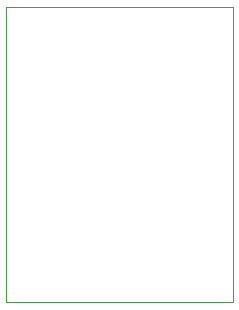
<source format=gbr>
%TF.GenerationSoftware,KiCad,Pcbnew,(5.1.8)-1*%
%TF.CreationDate,2021-11-13T21:13:11+08:00*%
%TF.ProjectId,pcm5102a,70636d35-3130-4326-912e-6b696361645f,rev?*%
%TF.SameCoordinates,Original*%
%TF.FileFunction,Profile,NP*%
%FSLAX46Y46*%
G04 Gerber Fmt 4.6, Leading zero omitted, Abs format (unit mm)*
G04 Created by KiCad (PCBNEW (5.1.8)-1) date 2021-11-13 21:13:11*
%MOMM*%
%LPD*%
G01*
G04 APERTURE LIST*
%TA.AperFunction,Profile*%
%ADD10C,0.050000*%
%TD*%
G04 APERTURE END LIST*
D10*
X113700000Y-77700000D02*
X132900000Y-77700000D01*
X113700000Y-102700000D02*
X132900000Y-102700000D01*
X113700000Y-77700000D02*
X113700000Y-102700000D01*
X132900000Y-82700000D02*
X132900000Y-77700000D01*
X132900000Y-102700000D02*
X132900000Y-82700000D01*
M02*

</source>
